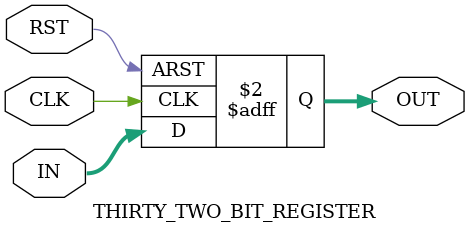
<source format=v>
`timescale 1ns / 1ps
module THIRTY_TWO_BIT_REGISTER(input [31:0] IN, input CLK, input RST, output reg [31:0] OUT);

	always @(posedge CLK or posedge RST) // asynchronous reset
		begin
			if(RST)
				OUT <= 0;
			else
				OUT <= IN;
		end
		
endmodule

</source>
